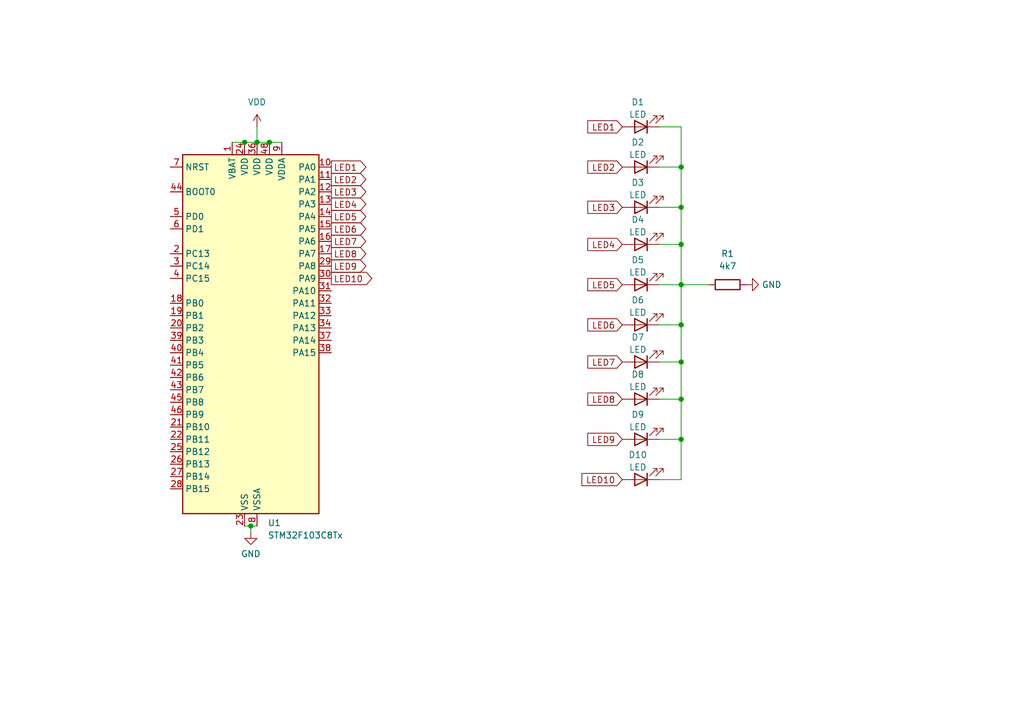
<source format=kicad_sch>
(kicad_sch (version 20230121) (generator eeschema)
  (paper "A5")
  (title_block (title "STM32 Advent wreath deco") (date "2023-12-03") (rev "1.0") (company "Mutronics"))
  (lib_symbols
    (symbol "Device:LED" (pin_numbers hide) (pin_names (offset 1.016) hide)
      (property "Reference" "D" (at 0 2.54 0))
      (property "Value" "LED" (at 0 -2.54 0))
      (symbol "LED_0_1"
        (polyline (pts (xy -1.27 -1.27) (xy -1.27 1.27)) (stroke (width 0.254)))
        (polyline (pts (xy -1.27 0) (xy 1.27 0)))
        (polyline (pts (xy 1.27 -1.27) (xy 1.27 1.27) (xy -1.27 0) (xy 1.27 -1.27)) (stroke (width 0.254)))
        (polyline (pts (xy -3.048 -0.762) (xy -4.572 -2.286) (xy -3.81 -2.286) (xy -4.572 -2.286) (xy -4.572 -1.524)))
        (polyline (pts (xy -1.778 -0.762) (xy -3.302 -2.286) (xy -2.54 -2.286) (xy -3.302 -2.286) (xy -3.302 -1.524)))
      )
      (symbol "LED_1_1"
        (pin passive line (at -3.81 0 0) (length 2.54) (name "K") (number "1"))
        (pin passive line (at 3.81 0 180) (length 2.54) (name "A") (number "2"))
      )
    )
    (symbol "Device:R" (pin_numbers hide) (pin_names (offset 0))
      (property "Reference" "R" (at 2.032 0 90))
      (property "Value" "R" (at 0 0 90))
      (symbol "R_0_1"
        (rectangle (start -1.016 -2.54) (end 1.016 2.54) (stroke (width 0.254)))
      )
      (symbol "R_1_1"
        (pin passive line (at 0 3.81 270) (length 1.27) (name "~") (number "1"))
        (pin passive line (at 0 -3.81 90) (length 1.27) (name "~") (number "2"))
      )
    )
    (symbol "MCU_ST_STM32F1:STM32F103C8Tx"
      (property "Reference" "U" (at -12.7 39.37 0))
      (property "Value" "STM32F103C8Tx" (at 10.16 39.37 0))
      (symbol "STM32F103C8Tx_0_1"
        (rectangle (start -12.7 -35.56) (end 15.24 38.1) (stroke (width 0.254)) (fill (type background)))
      )
      (symbol "STM32F103C8Tx_1_1"
        (pin power_in line (at -2.54 40.64 270) (length 2.54) (name "VBAT") (number "1"))
        (pin bidirectional line (at 17.78 35.56 180) (length 2.54) (name "PA0") (number "10"))
        (pin bidirectional line (at 17.78 33.02 180) (length 2.54) (name "PA1") (number "11"))
        (pin bidirectional line (at 17.78 30.48 180) (length 2.54) (name "PA2") (number "12"))
        (pin bidirectional line (at 17.78 27.94 180) (length 2.54) (name "PA3") (number "13"))
        (pin bidirectional line (at 17.78 25.4 180) (length 2.54) (name "PA4") (number "14"))
        (pin bidirectional line (at 17.78 22.86 180) (length 2.54) (name "PA5") (number "15"))
        (pin bidirectional line (at 17.78 20.32 180) (length 2.54) (name "PA6") (number "16"))
        (pin bidirectional line (at 17.78 17.78 180) (length 2.54) (name "PA7") (number "17"))
        (pin bidirectional line (at -15.24 7.62 0) (length 2.54) (name "PB0") (number "18"))
        (pin bidirectional line (at -15.24 5.08 0) (length 2.54) (name "PB1") (number "19"))
        (pin bidirectional line (at -15.24 17.78 0) (length 2.54) (name "PC13") (number "2"))
        (pin bidirectional line (at -15.24 2.54 0) (length 2.54) (name "PB2") (number "20"))
        (pin bidirectional line (at -15.24 -17.78 0) (length 2.54) (name "PB10") (number "21"))
        (pin bidirectional line (at -15.24 -20.32 0) (length 2.54) (name "PB11") (number "22"))
        (pin power_in line (at 0 -38.1 90) (length 2.54) (name "VSS") (number "23"))
        (pin power_in line (at 0 40.64 270) (length 2.54) (name "VDD") (number "24"))
        (pin bidirectional line (at -15.24 -22.86 0) (length 2.54) (name "PB12") (number "25"))
        (pin bidirectional line (at -15.24 -25.4 0) (length 2.54) (name "PB13") (number "26"))
        (pin bidirectional line (at -15.24 -27.94 0) (length 2.54) (name "PB14") (number "27"))
        (pin bidirectional line (at -15.24 -30.48 0) (length 2.54) (name "PB15") (number "28"))
        (pin bidirectional line (at 17.78 15.24 180) (length 2.54) (name "PA8") (number "29"))
        (pin bidirectional line (at -15.24 15.24 0) (length 2.54) (name "PC14") (number "3"))
        (pin bidirectional line (at 17.78 12.7 180) (length 2.54) (name "PA9") (number "30"))
        (pin bidirectional line (at 17.78 10.16 180) (length 2.54) (name "PA10") (number "31"))
        (pin bidirectional line (at 17.78 7.62 180) (length 2.54) (name "PA11") (number "32"))
        (pin bidirectional line (at 17.78 5.08 180) (length 2.54) (name "PA12") (number "33"))
        (pin bidirectional line (at 17.78 2.54 180) (length 2.54) (name "PA13") (number "34"))
        (pin passive line (at 0 -38.1 90) (length 2.54) hide (name "VSS") (number "35"))
        (pin power_in line (at 2.54 40.64 270) (length 2.54) (name "VDD") (number "36"))
        (pin bidirectional line (at 17.78 0 180) (length 2.54) (name "PA14") (number "37"))
        (pin bidirectional line (at 17.78 -2.54 180) (length 2.54) (name "PA15") (number "38"))
        (pin bidirectional line (at -15.24 0 0) (length 2.54) (name "PB3") (number "39"))
        (pin bidirectional line (at -15.24 12.7 0) (length 2.54) (name "PC15") (number "4"))
        (pin bidirectional line (at -15.24 -2.54 0) (length 2.54) (name "PB4") (number "40"))
        (pin bidirectional line (at -15.24 -5.08 0) (length 2.54) (name "PB5") (number "41"))
        (pin bidirectional line (at -15.24 -7.62 0) (length 2.54) (name "PB6") (number "42"))
        (pin bidirectional line (at -15.24 -10.16 0) (length 2.54) (name "PB7") (number "43"))
        (pin input line (at -15.24 30.48 0) (length 2.54) (name "BOOT0") (number "44"))
        (pin bidirectional line (at -15.24 -12.7 0) (length 2.54) (name "PB8") (number "45"))
        (pin bidirectional line (at -15.24 -15.24 0) (length 2.54) (name "PB9") (number "46"))
        (pin passive line (at 0 -38.1 90) (length 2.54) hide (name "VSS") (number "47"))
        (pin power_in line (at 5.08 40.64 270) (length 2.54) (name "VDD") (number "48"))
        (pin bidirectional line (at -15.24 25.4 0) (length 2.54) (name "PD0") (number "5"))
        (pin bidirectional line (at -15.24 22.86 0) (length 2.54) (name "PD1") (number "6"))
        (pin input line (at -15.24 35.56 0) (length 2.54) (name "NRST") (number "7"))
        (pin power_in line (at 2.54 -38.1 90) (length 2.54) (name "VSSA") (number "8"))
        (pin power_in line (at 7.62 40.64 270) (length 2.54) (name "VDDA") (number "9"))
      )
    )
    (symbol "power:GND" (power) (pin_names (offset 0))
      (property "Value" "GND" (at 0 -3.81 0))
      (symbol "GND_0_1"
        (polyline (pts (xy 0 0) (xy 0 -1.27) (xy 1.27 -1.27) (xy 0 -2.54) (xy -1.27 -1.27) (xy 0 -1.27)))
      )
      (symbol "GND_1_1"
        (pin power_in line (at 0 0 270) (length 0) hide (name "GND") (number "1"))
      )
    )
    (symbol "power:VDD" (power) (pin_names (offset 0))
      (property "Value" "VDD" (at 0 3.81 0))
      (symbol "VDD_0_1"
        (polyline (pts (xy -0.762 1.27) (xy 0 2.54)))
        (polyline (pts (xy 0 0) (xy 0 2.54)))
        (polyline (pts (xy 0 2.54) (xy 0.762 1.27)))
      )
      (symbol "VDD_1_1"
        (pin power_in line (at 0 0 90) (length 0) hide (name "VDD") (number "1"))
      )
    )
  )
  (junction (at 139.7 42.545))
  (junction (at 139.7 66.675))
  (junction (at 139.7 58.42))
  (junction (at 139.7 34.29))
  (junction (at 52.705 29.21))
  (junction (at 50.165 29.21))
  (junction (at 55.245 29.21))
  (junction (at 139.7 90.17))
  (junction (at 51.435 107.95))
  (junction (at 139.7 50.165))
  (junction (at 139.7 81.915))
  (junction (at 139.7 74.295))
  (wire (pts (xy 50.165 29.21) (xy 52.705 29.21)))
  (wire (pts (xy 51.435 107.95) (xy 51.435 109.22)))
  (wire (pts (xy 135.255 26.035) (xy 139.7 26.035)))
  (wire (pts (xy 139.7 42.545) (xy 139.7 50.165)))
  (wire (pts (xy 135.255 34.29) (xy 139.7 34.29)))
  (wire (pts (xy 50.165 107.95) (xy 51.435 107.95)))
  (wire (pts (xy 139.7 50.165) (xy 135.255 50.165)))
  (wire (pts (xy 52.705 26.035) (xy 52.705 29.21)))
  (wire (pts (xy 139.7 81.915) (xy 139.7 90.17)))
  (wire (pts (xy 139.7 26.035) (xy 139.7 34.29)))
  (wire (pts (xy 139.7 42.545) (xy 135.255 42.545)))
  (wire (pts (xy 55.245 29.21) (xy 57.785 29.21)))
  (wire (pts (xy 139.7 58.42) (xy 139.7 66.675)))
  (wire (pts (xy 139.7 34.29) (xy 139.7 42.545)))
  (wire (pts (xy 139.7 74.295) (xy 135.255 74.295)))
  (wire (pts (xy 135.255 58.42) (xy 139.7 58.42)))
  (wire (pts (xy 139.7 66.675) (xy 135.255 66.675)))
  (wire (pts (xy 139.7 98.425) (xy 135.255 98.425)))
  (wire (pts (xy 51.435 107.95) (xy 52.705 107.95)))
  (wire (pts (xy 139.7 90.17) (xy 135.255 90.17)))
  (wire (pts (xy 139.7 90.17) (xy 139.7 98.425)))
  (wire (pts (xy 47.625 29.21) (xy 50.165 29.21)))
  (wire (pts (xy 139.7 50.165) (xy 139.7 58.42)))
  (wire (pts (xy 139.7 58.42) (xy 145.415 58.42)))
  (wire (pts (xy 52.705 29.21) (xy 55.245 29.21)))
  (wire (pts (xy 139.7 74.295) (xy 139.7 81.915)))
  (wire (pts (xy 139.7 66.675) (xy 139.7 74.295)))
  (wire (pts (xy 139.7 81.915) (xy 135.255 81.915)))
  (global_label "LED4" (shape output) (at 67.945 41.91 0) (property "Intersheetrefs" "${INTERSHEET_REFS}" (effects hide)))
  (global_label "LED5" (shape output) (at 67.945 44.45 0) (property "Intersheetrefs" "${INTERSHEET_REFS}" (effects hide)))
  (global_label "LED8" (shape output) (at 67.945 52.07 0) (property "Intersheetrefs" "${INTERSHEET_REFS}" (effects hide)))
  (global_label "LED7" (shape input) (at 127.635 74.295 180) (property "Intersheetrefs" "${INTERSHEET_REFS}" (effects hide)))
  (global_label "LED7" (shape output) (at 67.945 49.53 0) (property "Intersheetrefs" "${INTERSHEET_REFS}" (effects hide)))
  (global_label "LED8" (shape input) (at 127.635 81.915 180) (property "Intersheetrefs" "${INTERSHEET_REFS}" (effects hide)))
  (global_label "LED4" (shape input) (at 127.635 50.165 180) (property "Intersheetrefs" "${INTERSHEET_REFS}" (effects hide)))
  (global_label "LED10" (shape input) (at 127.635 98.425 180) (property "Intersheetrefs" "${INTERSHEET_REFS}" (effects hide)))
  (global_label "LED5" (shape input) (at 127.635 58.42 180) (property "Intersheetrefs" "${INTERSHEET_REFS}" (effects hide)))
  (global_label "LED6" (shape output) (at 67.945 46.99 0) (property "Intersheetrefs" "${INTERSHEET_REFS}" (effects hide)))
  (global_label "LED1" (shape output) (at 67.945 34.29 0) (property "Intersheetrefs" "${INTERSHEET_REFS}" (effects hide)))
  (global_label "LED3" (shape input) (at 127.635 42.545 180) (property "Intersheetrefs" "${INTERSHEET_REFS}" (effects hide)))
  (global_label "LED2" (shape input) (at 127.635 34.29 180) (property "Intersheetrefs" "${INTERSHEET_REFS}" (effects hide)))
  (global_label "LED9" (shape input) (at 127.635 90.17 180) (property "Intersheetrefs" "${INTERSHEET_REFS}" (effects hide)))
  (global_label "LED9" (shape output) (at 67.945 54.61 0) (property "Intersheetrefs" "${INTERSHEET_REFS}" (effects hide)))
  (global_label "LED1" (shape input) (at 127.635 26.035 180) (property "Intersheetrefs" "${INTERSHEET_REFS}" (effects hide)))
  (global_label "LED3" (shape output) (at 67.945 39.37 0) (property "Intersheetrefs" "${INTERSHEET_REFS}" (effects hide)))
  (global_label "LED10" (shape output) (at 67.945 57.15 0) (property "Intersheetrefs" "${INTERSHEET_REFS}" (effects hide)))
  (global_label "LED6" (shape input) (at 127.635 66.675 180) (property "Intersheetrefs" "${INTERSHEET_REFS}" (effects hide)))
  (global_label "LED2" (shape output) (at 67.945 36.83 0) (property "Intersheetrefs" "${INTERSHEET_REFS}" (effects hide)))
  (symbol (lib_id "MCU_ST_STM32F1:STM32F103C8Tx") (at 50.165 69.85 0) (unit 1)
    (property "Reference" "U1" (at 54.8991 107.315 0) (effects (justify left)))
    (property "Value" "STM32F103C8Tx" (at 54.8991 109.855 0) (effects (justify left)))
    (property "Footprint" "Package_QFP:LQFP-48_7x7mm_P0.5mm" (effects hide))
    (property "Datasheet" "https://www.st.com/resource/en/datasheet/stm32f103c8.pdf" (effects hide))
  )
  (symbol (lib_id "Device:LED") (at 131.445 81.915 180) (unit 1)
    (property "Reference" "D8" (at 130.81 76.835 0))
    (property "Value" "LED" (at 130.81 79.375 0))
  )
  (symbol (lib_id "Device:LED") (at 131.445 42.545 180) (unit 1)
    (property "Reference" "D3" (at 130.81 37.465 0))
    (property "Value" "LED" (at 130.81 40.005 0))
  )
  (symbol (lib_id "Device:LED") (at 131.445 34.29 180) (unit 1)
    (property "Reference" "D2" (at 130.81 29.21 0))
    (property "Value" "LED" (at 130.81 31.75 0))
  )
  (symbol (lib_id "Device:LED") (at 131.445 90.17 180) (unit 1)
    (property "Reference" "D9" (at 130.81 85.09 0))
    (property "Value" "LED" (at 130.81 87.63 0))
  )
  (symbol (lib_id "Device:LED") (at 131.445 98.425 180) (unit 1)
    (property "Reference" "D10" (at 130.81 93.345 0))
    (property "Value" "LED" (at 130.81 95.885 0))
  )
  (symbol (lib_id "Device:LED") (at 131.445 58.42 180) (unit 1)
    (property "Reference" "D5" (at 130.81 53.34 0))
    (property "Value" "LED" (at 130.81 55.88 0))
  )
  (symbol (lib_id "Device:LED") (at 131.445 26.035 180) (unit 1)
    (property "Reference" "D1" (at 130.81 20.955 0))
    (property "Value" "LED" (at 130.81 23.495 0))
  )
  (symbol (lib_id "Device:LED") (at 131.445 74.295 180) (unit 1)
    (property "Reference" "D7" (at 130.81 69.215 0))
    (property "Value" "LED" (at 130.81 71.755 0))
  )
  (symbol (lib_id "power:VDD") (at 52.705 26.035 0) (unit 1)
    (property "Reference" "#PWR01" (effects hide))
    (property "Value" "VDD" (at 52.705 20.955 0))
  )
  (symbol (lib_id "power:GND") (at 153.035 58.42 90) (unit 1)
    (property "Reference" "#PWR03" (effects hide))
    (property "Value" "GND" (at 156.21 58.42 90) (effects (justify right)))
  )
  (symbol (lib_id "Device:LED") (at 131.445 66.675 180) (unit 1)
    (property "Reference" "D6" (at 130.81 61.595 0))
    (property "Value" "LED" (at 130.81 64.135 0))
  )
  (symbol (lib_id "power:GND") (at 51.435 109.22 0) (unit 1)
    (property "Reference" "#PWR02" (effects hide))
    (property "Value" "GND" (at 51.435 113.665 0))
  )
  (symbol (lib_id "Device:LED") (at 131.445 50.165 180) (unit 1)
    (property "Reference" "D4" (at 130.81 45.085 0))
    (property "Value" "LED" (at 130.81 47.625 0))
  )
  (symbol (lib_id "Device:R") (at 149.225 58.42 90) (unit 1)
    (property "Reference" "R1" (at 149.225 52.07 90))
    (property "Value" "4k7" (at 149.225 54.61 90))
  )
)
</source>
